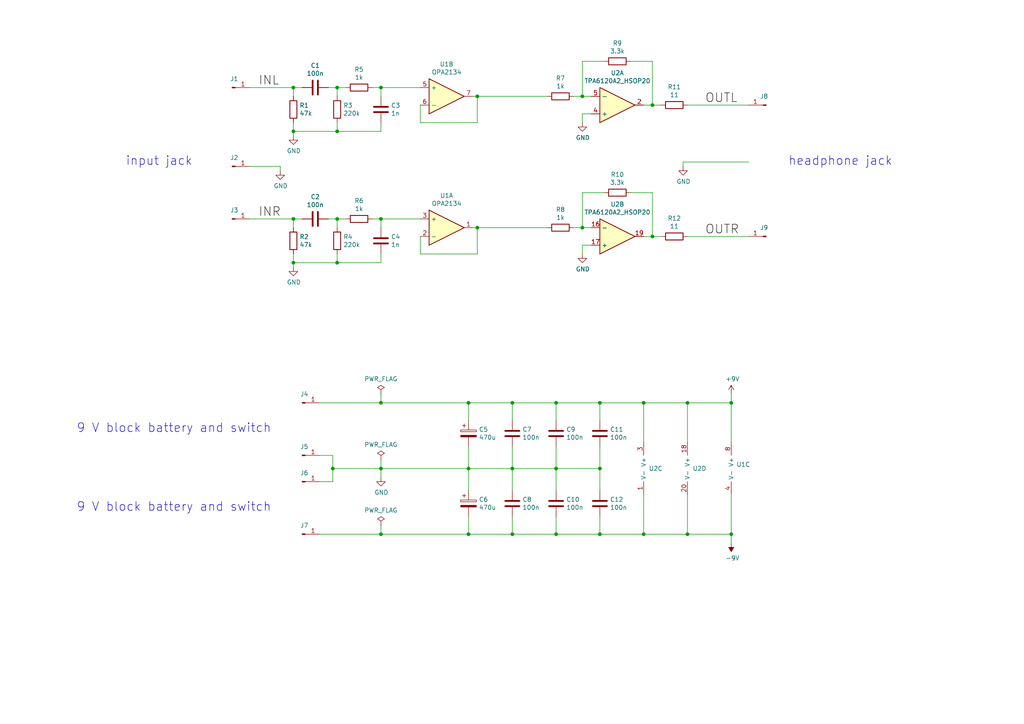
<source format=kicad_sch>
(kicad_sch (version 20211123) (generator eeschema)
  (paper "A4")
  (title_block (title "Headphone Amplifier") (rev "1"))
  (lib_symbols
    (symbol "Connector:Conn_01x01_Male" (pin_names (offset 1.016) hide)
      (property "Reference" "J" (at 0 2.54 0))
      (property "Value" "Conn_01x01_Male" (at 0 -2.54 0))
      (symbol "Conn_01x01_Male_1_1"
        (polyline (pts (xy 1.27 0) (xy 0.8636 0)) (stroke (width 0.1524)))
        (rectangle (start 0.8636 0.127) (end 0 -0.127) (stroke (width 0.1524)) (fill (type outline)))
        (pin passive line (at 5.08 0 180) (length 3.81) (name "Pin_1") (number "1"))
      )
    )
    (symbol "Device:C" (pin_numbers hide) (pin_names (offset 0.254))
      (property "Reference" "C" (at 0.635 2.54 0))
      (property "Value" "C" (at 0.635 -2.54 0))
      (symbol "C_0_1"
        (polyline (pts (xy -2.032 -0.762) (xy 2.032 -0.762)) (stroke (width 0.508)))
        (polyline (pts (xy -2.032 0.762) (xy 2.032 0.762)) (stroke (width 0.508)))
      )
      (symbol "C_1_1"
        (pin passive line (at 0 3.81 270) (length 2.794) (name "~") (number "1"))
        (pin passive line (at 0 -3.81 90) (length 2.794) (name "~") (number "2"))
      )
    )
    (symbol "Device:C_Polarized" (pin_numbers hide) (pin_names (offset 0.254))
      (property "Reference" "C" (at 0.635 2.54 0))
      (property "Value" "C_Polarized" (at 0.635 -2.54 0))
      (symbol "C_Polarized_0_1"
        (rectangle (start -2.286 0.508) (end 2.286 1.016))
        (polyline (pts (xy -1.778 2.286) (xy -0.762 2.286)))
        (polyline (pts (xy -1.27 2.794) (xy -1.27 1.778)))
        (rectangle (start 2.286 -0.508) (end -2.286 -1.016) (fill (type outline)))
      )
      (symbol "C_Polarized_1_1"
        (pin passive line (at 0 3.81 270) (length 2.794) (name "~") (number "1"))
        (pin passive line (at 0 -3.81 90) (length 2.794) (name "~") (number "2"))
      )
    )
    (symbol "Device:Opamp_Dual"
      (property "Reference" "U" (at 0 5.08 0))
      (property "Value" "Opamp_Dual" (at 0 -5.08 0))
      (symbol "Opamp_Dual_1_1"
        (polyline (pts (xy -5.08 5.08) (xy 5.08 0) (xy -5.08 -5.08) (xy -5.08 5.08)) (stroke (width 0.254)) (fill (type background)))
        (pin output line (at 7.62 0 180) (length 2.54) (name "~") (number "1"))
        (pin input line (at -7.62 -2.54 0) (length 2.54) (name "-") (number "2"))
        (pin input line (at -7.62 2.54 0) (length 2.54) (name "+") (number "3"))
      )
      (symbol "Opamp_Dual_2_1"
        (polyline (pts (xy -5.08 5.08) (xy 5.08 0) (xy -5.08 -5.08) (xy -5.08 5.08)) (stroke (width 0.254)) (fill (type background)))
        (pin input line (at -7.62 2.54 0) (length 2.54) (name "+") (number "5"))
        (pin input line (at -7.62 -2.54 0) (length 2.54) (name "-") (number "6"))
        (pin output line (at 7.62 0 180) (length 2.54) (name "~") (number "7"))
      )
      (symbol "Opamp_Dual_3_1"
        (pin power_in line (at -2.54 -7.62 90) (length 3.81) (name "V-") (number "4"))
        (pin power_in line (at -2.54 7.62 270) (length 3.81) (name "V+") (number "8"))
      )
    )
    (symbol "Device:R" (pin_numbers hide) (pin_names (offset 0))
      (property "Reference" "R" (at 2.032 0 90))
      (property "Value" "R" (at 0 0 90))
      (symbol "R_0_1"
        (rectangle (start -1.016 -2.54) (end 1.016 2.54) (stroke (width 0.254)))
      )
      (symbol "R_1_1"
        (pin passive line (at 0 3.81 270) (length 1.27) (name "~") (number "1"))
        (pin passive line (at 0 -3.81 90) (length 1.27) (name "~") (number "2"))
      )
    )
    (symbol "TPA6120A2:TPA6120A2_HSOP20"
      (property "Reference" "U" (at 0 5.08 0))
      (property "Value" "TPA6120A2_HSOP20" (at 0 -5.08 0))
      (symbol "TPA6120A2_HSOP20_1_1"
        (polyline (pts (xy -5.08 5.08) (xy 5.08 0) (xy -5.08 -5.08) (xy -5.08 5.08)) (stroke (width 0.254)) (fill (type background)))
        (pin output line (at 7.62 0 180) (length 2.54) (name "~") (number "2"))
        (pin input line (at -7.62 2.54 0) (length 2.54) (name "+") (number "4"))
        (pin input line (at -7.62 -2.54 0) (length 2.54) (name "-") (number "5"))
      )
      (symbol "TPA6120A2_HSOP20_2_1"
        (polyline (pts (xy -5.08 5.08) (xy 5.08 0) (xy -5.08 -5.08) (xy -5.08 5.08)) (stroke (width 0.254)) (fill (type background)))
        (pin input line (at -7.62 -2.54 0) (length 2.54) (name "-") (number "16"))
        (pin input line (at -7.62 2.54 0) (length 2.54) (name "+") (number "17"))
        (pin output line (at 7.62 0 180) (length 2.54) (name "~") (number "19"))
      )
      (symbol "TPA6120A2_HSOP20_3_1"
        (pin power_in line (at -2.54 -7.62 90) (length 3.81) (name "V-") (number "1"))
        (pin power_in line (at -2.54 7.62 270) (length 3.81) (name "V+") (number "3"))
      )
      (symbol "TPA6120A2_HSOP20_4_1"
        (pin power_in line (at -2.54 7.62 270) (length 3.81) (name "V+") (number "18"))
        (pin power_in line (at -2.54 -7.62 90) (length 3.81) (name "V-") (number "20"))
      )
    )
    (symbol "power:+9V" (power) (pin_names (offset 0))
      (property "Value" "+9V" (at 0 3.556 0))
      (symbol "+9V_0_1"
        (polyline (pts (xy -0.762 1.27) (xy 0 2.54)))
        (polyline (pts (xy 0 0) (xy 0 2.54)))
        (polyline (pts (xy 0 2.54) (xy 0.762 1.27)))
      )
      (symbol "+9V_1_1"
        (pin power_in line (at 0 0 90) (length 0) hide (name "+9V") (number "1"))
      )
    )
    (symbol "power:-9V" (power) (pin_names (offset 0))
      (property "Value" "-9V" (at 0 3.81 0))
      (symbol "-9V_0_1"
        (polyline (pts (xy 0 0) (xy 0 2.54)))
        (polyline (pts (xy 0.762 1.27) (xy -0.762 1.27) (xy 0 2.54) (xy 0.762 1.27)) (fill (type outline)))
      )
      (symbol "-9V_1_1"
        (pin power_in line (at 0 0 90) (length 0) hide (name "-9V") (number "1"))
      )
    )
    (symbol "power:GND" (power) (pin_names (offset 0))
      (property "Value" "GND" (at 0 -3.81 0))
      (symbol "GND_0_1"
        (polyline (pts (xy 0 0) (xy 0 -1.27) (xy 1.27 -1.27) (xy 0 -2.54) (xy -1.27 -1.27) (xy 0 -1.27)))
      )
      (symbol "GND_1_1"
        (pin power_in line (at 0 0 270) (length 0) hide (name "GND") (number "1"))
      )
    )
    (symbol "power:PWR_FLAG" (power) (pin_numbers hide) (pin_names (offset 0) hide)
      (property "Value" "PWR_FLAG" (at 0 3.81 0))
      (symbol "PWR_FLAG_0_0"
        (pin power_out line (at 0 0 90) (length 0) (name "pwr") (number "1"))
      )
      (symbol "PWR_FLAG_0_1"
        (polyline (pts (xy 0 0) (xy 0 1.27) (xy -1.016 1.905) (xy 0 2.54) (xy 1.016 1.905) (xy 0 1.27)))
      )
    )
  )
  (junction (at 199.39 116.84))
  (junction (at 138.43 27.94))
  (junction (at 97.79 76.2))
  (junction (at 186.69 116.84))
  (junction (at 85.09 38.1))
  (junction (at 199.39 154.94))
  (junction (at 110.49 63.5))
  (junction (at 97.79 38.1))
  (junction (at 189.23 30.48))
  (junction (at 110.49 135.89))
  (junction (at 97.79 25.4))
  (junction (at 148.59 135.89))
  (junction (at 161.29 116.84))
  (junction (at 110.49 116.84))
  (junction (at 135.89 154.94))
  (junction (at 85.09 63.5))
  (junction (at 168.91 66.04))
  (junction (at 212.09 154.94))
  (junction (at 85.09 25.4))
  (junction (at 186.69 154.94))
  (junction (at 173.99 135.89))
  (junction (at 161.29 135.89))
  (junction (at 138.43 66.04))
  (junction (at 148.59 154.94))
  (junction (at 110.49 154.94))
  (junction (at 110.49 25.4))
  (junction (at 96.52 135.89))
  (junction (at 97.79 63.5))
  (junction (at 173.99 154.94))
  (junction (at 85.09 76.2))
  (junction (at 148.59 116.84))
  (junction (at 212.09 116.84))
  (junction (at 135.89 135.89))
  (junction (at 168.91 27.94))
  (junction (at 173.99 116.84))
  (junction (at 135.89 116.84))
  (junction (at 161.29 154.94))
  (junction (at 189.23 68.58))
  (wire (pts (xy 148.59 121.92) (xy 148.59 116.84)))
  (wire (pts (xy 168.91 55.88) (xy 168.91 66.04)))
  (wire (pts (xy 173.99 116.84) (xy 186.69 116.84)))
  (wire (pts (xy 92.71 132.08) (xy 96.52 132.08)))
  (wire (pts (xy 148.59 142.24) (xy 148.59 135.89)))
  (wire (pts (xy 97.79 35.56) (xy 97.79 38.1)))
  (wire (pts (xy 138.43 73.66) (xy 138.43 66.04)))
  (wire (pts (xy 186.69 68.58) (xy 189.23 68.58)))
  (wire (pts (xy 138.43 35.56) (xy 138.43 27.94)))
  (wire (pts (xy 85.09 27.94) (xy 85.09 25.4)))
  (wire (pts (xy 72.39 48.26) (xy 81.28 48.26)))
  (wire (pts (xy 85.09 63.5) (xy 87.63 63.5)))
  (wire (pts (xy 92.71 116.84) (xy 110.49 116.84)))
  (wire (pts (xy 168.91 27.94) (xy 171.45 27.94)))
  (wire (pts (xy 182.88 17.78) (xy 189.23 17.78)))
  (wire (pts (xy 199.39 116.84) (xy 212.09 116.84)))
  (wire (pts (xy 85.09 66.04) (xy 85.09 63.5)))
  (wire (pts (xy 97.79 76.2) (xy 110.49 76.2)))
  (wire (pts (xy 81.28 49.53) (xy 81.28 48.26)))
  (wire (pts (xy 135.89 154.94) (xy 148.59 154.94)))
  (wire (pts (xy 212.09 157.48) (xy 212.09 154.94)))
  (wire (pts (xy 161.29 135.89) (xy 161.29 142.24)))
  (wire (pts (xy 186.69 154.94) (xy 199.39 154.94)))
  (wire (pts (xy 138.43 27.94) (xy 137.16 27.94)))
  (wire (pts (xy 97.79 25.4) (xy 100.33 25.4)))
  (wire (pts (xy 189.23 30.48) (xy 191.77 30.48)))
  (wire (pts (xy 148.59 116.84) (xy 161.29 116.84)))
  (wire (pts (xy 110.49 25.4) (xy 110.49 27.94)))
  (wire (pts (xy 110.49 63.5) (xy 121.92 63.5)))
  (wire (pts (xy 173.99 135.89) (xy 173.99 142.24)))
  (wire (pts (xy 107.95 63.5) (xy 110.49 63.5)))
  (wire (pts (xy 121.92 73.66) (xy 138.43 73.66)))
  (wire (pts (xy 92.71 154.94) (xy 110.49 154.94)))
  (wire (pts (xy 148.59 135.89) (xy 161.29 135.89)))
  (wire (pts (xy 166.37 66.04) (xy 168.91 66.04)))
  (wire (pts (xy 148.59 149.86) (xy 148.59 154.94)))
  (wire (pts (xy 110.49 116.84) (xy 135.89 116.84)))
  (wire (pts (xy 135.89 116.84) (xy 148.59 116.84)))
  (wire (pts (xy 85.09 38.1) (xy 97.79 38.1)))
  (wire (pts (xy 198.12 48.26) (xy 198.12 46.99)))
  (wire (pts (xy 161.29 129.54) (xy 161.29 135.89)))
  (wire (pts (xy 161.29 135.89) (xy 173.99 135.89)))
  (wire (pts (xy 198.12 46.99) (xy 217.17 46.99)))
  (wire (pts (xy 199.39 143.51) (xy 199.39 154.94)))
  (wire (pts (xy 212.09 143.51) (xy 212.09 154.94)))
  (wire (pts (xy 107.95 25.4) (xy 110.49 25.4)))
  (wire (pts (xy 189.23 68.58) (xy 191.77 68.58)))
  (wire (pts (xy 138.43 66.04) (xy 158.75 66.04)))
  (wire (pts (xy 85.09 39.37) (xy 85.09 38.1)))
  (wire (pts (xy 96.52 139.7) (xy 96.52 135.89)))
  (wire (pts (xy 199.39 68.58) (xy 217.17 68.58)))
  (wire (pts (xy 161.29 116.84) (xy 173.99 116.84)))
  (wire (pts (xy 199.39 154.94) (xy 212.09 154.94)))
  (wire (pts (xy 85.09 77.47) (xy 85.09 76.2)))
  (wire (pts (xy 171.45 71.12) (xy 168.91 71.12)))
  (wire (pts (xy 168.91 17.78) (xy 168.91 27.94)))
  (wire (pts (xy 96.52 132.08) (xy 96.52 135.89)))
  (wire (pts (xy 158.75 27.94) (xy 138.43 27.94)))
  (wire (pts (xy 212.09 116.84) (xy 212.09 128.27)))
  (wire (pts (xy 85.09 35.56) (xy 85.09 38.1)))
  (wire (pts (xy 110.49 63.5) (xy 110.49 66.04)))
  (wire (pts (xy 110.49 38.1) (xy 110.49 35.56)))
  (wire (pts (xy 135.89 121.92) (xy 135.89 116.84)))
  (wire (pts (xy 135.89 129.54) (xy 135.89 135.89)))
  (wire (pts (xy 121.92 68.58) (xy 121.92 73.66)))
  (wire (pts (xy 97.79 27.94) (xy 97.79 25.4)))
  (wire (pts (xy 96.52 135.89) (xy 110.49 135.89)))
  (wire (pts (xy 173.99 154.94) (xy 186.69 154.94)))
  (wire (pts (xy 168.91 66.04) (xy 171.45 66.04)))
  (wire (pts (xy 148.59 154.94) (xy 161.29 154.94)))
  (wire (pts (xy 72.39 25.4) (xy 85.09 25.4)))
  (wire (pts (xy 95.25 63.5) (xy 97.79 63.5)))
  (wire (pts (xy 212.09 116.84) (xy 212.09 114.3)))
  (wire (pts (xy 189.23 68.58) (xy 189.23 55.88)))
  (wire (pts (xy 110.49 135.89) (xy 110.49 138.43)))
  (wire (pts (xy 186.69 30.48) (xy 189.23 30.48)))
  (wire (pts (xy 186.69 116.84) (xy 186.69 128.27)))
  (wire (pts (xy 135.89 135.89) (xy 148.59 135.89)))
  (wire (pts (xy 110.49 152.4) (xy 110.49 154.94)))
  (wire (pts (xy 199.39 116.84) (xy 199.39 128.27)))
  (wire (pts (xy 110.49 154.94) (xy 135.89 154.94)))
  (wire (pts (xy 135.89 135.89) (xy 135.89 142.24)))
  (wire (pts (xy 186.69 143.51) (xy 186.69 154.94)))
  (wire (pts (xy 135.89 149.86) (xy 135.89 154.94)))
  (wire (pts (xy 121.92 30.48) (xy 121.92 35.56)))
  (wire (pts (xy 168.91 71.12) (xy 168.91 73.66)))
  (wire (pts (xy 110.49 114.3) (xy 110.49 116.84)))
  (wire (pts (xy 85.09 76.2) (xy 97.79 76.2)))
  (wire (pts (xy 189.23 55.88) (xy 182.88 55.88)))
  (wire (pts (xy 161.29 149.86) (xy 161.29 154.94)))
  (wire (pts (xy 175.26 17.78) (xy 168.91 17.78)))
  (wire (pts (xy 173.99 121.92) (xy 173.99 116.84)))
  (wire (pts (xy 95.25 25.4) (xy 97.79 25.4)))
  (wire (pts (xy 173.99 149.86) (xy 173.99 154.94)))
  (wire (pts (xy 110.49 76.2) (xy 110.49 73.66)))
  (wire (pts (xy 97.79 73.66) (xy 97.79 76.2)))
  (wire (pts (xy 72.39 63.5) (xy 85.09 63.5)))
  (wire (pts (xy 110.49 133.35) (xy 110.49 135.89)))
  (wire (pts (xy 168.91 55.88) (xy 175.26 55.88)))
  (wire (pts (xy 97.79 38.1) (xy 110.49 38.1)))
  (wire (pts (xy 168.91 33.02) (xy 168.91 35.56)))
  (wire (pts (xy 137.16 66.04) (xy 138.43 66.04)))
  (wire (pts (xy 148.59 129.54) (xy 148.59 135.89)))
  (wire (pts (xy 85.09 25.4) (xy 87.63 25.4)))
  (wire (pts (xy 85.09 73.66) (xy 85.09 76.2)))
  (wire (pts (xy 168.91 27.94) (xy 166.37 27.94)))
  (wire (pts (xy 92.71 139.7) (xy 96.52 139.7)))
  (wire (pts (xy 110.49 25.4) (xy 121.92 25.4)))
  (wire (pts (xy 97.79 66.04) (xy 97.79 63.5)))
  (wire (pts (xy 110.49 135.89) (xy 135.89 135.89)))
  (wire (pts (xy 173.99 135.89) (xy 173.99 129.54)))
  (wire (pts (xy 199.39 30.48) (xy 217.17 30.48)))
  (wire (pts (xy 171.45 33.02) (xy 168.91 33.02)))
  (wire (pts (xy 97.79 63.5) (xy 100.33 63.5)))
  (wire (pts (xy 161.29 121.92) (xy 161.29 116.84)))
  (wire (pts (xy 189.23 17.78) (xy 189.23 30.48)))
  (wire (pts (xy 121.92 35.56) (xy 138.43 35.56)))
  (wire (pts (xy 161.29 154.94) (xy 173.99 154.94)))
  (wire (pts (xy 186.69 116.84) (xy 199.39 116.84)))
  (text "input jack" (at 55.88 48.26 180) (effects (font (size 2.54 2.54)) (justify right bottom)))
  (text "headphone jack" (at 228.6 48.26 0) (effects (font (size 2.54 2.54)) (justify left bottom)))
  (text "9 V block battery and switch" (at 78.74 148.59 180) (effects (font (size 2.54 2.54)) (justify right bottom)))
  (text "9 V block battery and switch\n" (at 78.74 125.73 180) (effects (font (size 2.54 2.54)) (justify right bottom)))
  (label "INL" (at 74.93 25.4 0) (effects (font (size 2.54 2.54))))
  (label "INR" (at 74.93 63.5 0) (effects (font (size 2.54 2.54))))
  (label "OUTL" (at 204.47 30.48 0) (effects (font (size 2.54 2.54))))
  (label "OUTR" (at 204.47 68.58 0) (effects (font (size 2.54 2.54))))
  (symbol (lib_id "TPA6120A2:TPA6120A2_HSOP20") (at 179.07 30.48 0) (mirror x) (unit 1)
    (property "Reference" "U2" (at 179.07 21.1582 0))
    (property "Value" "TPA6120A2_HSOP20" (at 179.07 23.4696 0))
    (property "Footprint" "TPA61210A:HSOP-20-1EP_12.8x7.5mm_P1.27mm" (effects hide))
  )
  (symbol (lib_id "TPA6120A2:TPA6120A2_HSOP20") (at 179.07 68.58 0) (mirror x) (unit 2)
    (property "Reference" "U2" (at 179.07 59.2582 0))
    (property "Value" "TPA6120A2_HSOP20" (at 179.07 61.5696 0))
    (property "Footprint" "TPA61210A:HSOP-20-1EP_12.8x7.5mm_P1.27mm" (effects hide))
  )
  (symbol (lib_id "TPA6120A2:TPA6120A2_HSOP20") (at 189.23 135.89 0) (unit 3)
    (property "Reference" "U2" (at 188.1632 135.89 0) (effects (justify left)))
    (property "Value" "TPA6120A2_HSOP20" (effects hide))
    (property "Footprint" "TPA61210A:HSOP-20-1EP_12.8x7.5mm_P1.27mm" (effects hide))
  )
  (symbol (lib_id "TPA6120A2:TPA6120A2_HSOP20") (at 201.93 135.89 0) (unit 4)
    (property "Reference" "U2" (at 200.8632 135.89 0) (effects (justify left)))
    (property "Value" "TPA6120A2_HSOP20" (effects hide))
    (property "Footprint" "TPA61210A:HSOP-20-1EP_12.8x7.5mm_P1.27mm" (effects hide))
  )
  (symbol (lib_id "Device:R") (at 162.56 27.94 270) (unit 1)
    (property "Reference" "R7" (at 162.56 22.6822 90))
    (property "Value" "1k" (at 162.56 24.9936 90))
    (property "Footprint" "Resistor_THT:R_Axial_DIN0207_L6.3mm_D2.5mm_P10.16mm_Horizontal" (effects hide))
  )
  (symbol (lib_id "Device:R") (at 179.07 17.78 270) (unit 1)
    (property "Reference" "R9" (at 179.07 12.5222 90))
    (property "Value" "3.3k" (at 179.07 14.8336 90))
    (property "Footprint" "Resistor_THT:R_Axial_DIN0207_L6.3mm_D2.5mm_P10.16mm_Horizontal" (effects hide))
  )
  (symbol (lib_id "Device:R") (at 195.58 30.48 270) (unit 1)
    (property "Reference" "R11" (at 195.58 25.2222 90))
    (property "Value" "11" (at 195.58 27.5336 90))
    (property "Footprint" "Resistor_THT:R_Axial_DIN0207_L6.3mm_D2.5mm_P10.16mm_Horizontal" (effects hide))
  )
  (symbol (lib_id "Device:R") (at 162.56 66.04 270) (unit 1)
    (property "Reference" "R8" (at 162.56 60.7822 90))
    (property "Value" "1k" (at 162.56 63.0936 90))
    (property "Footprint" "Resistor_THT:R_Axial_DIN0207_L6.3mm_D2.5mm_P10.16mm_Horizontal" (effects hide))
  )
  (symbol (lib_id "Device:R") (at 179.07 55.88 270) (unit 1)
    (property "Reference" "R10" (at 179.07 50.6222 90))
    (property "Value" "3.3k" (at 179.07 52.9336 90))
    (property "Footprint" "Resistor_THT:R_Axial_DIN0207_L6.3mm_D2.5mm_P10.16mm_Horizontal" (effects hide))
  )
  (symbol (lib_id "Device:R") (at 195.58 68.58 270) (unit 1)
    (property "Reference" "R12" (at 195.58 63.3222 90))
    (property "Value" "11" (at 195.58 65.6336 90))
    (property "Footprint" "Resistor_THT:R_Axial_DIN0207_L6.3mm_D2.5mm_P10.16mm_Horizontal" (effects hide))
  )
  (symbol (lib_id "Device:Opamp_Dual") (at 129.54 27.94 0) (unit 2)
    (property "Reference" "U1" (at 129.54 18.6182 0))
    (property "Value" "OPA2134" (at 129.54 20.9296 0))
    (property "Footprint" "Package_DIP:DIP-8_W7.62mm" (effects hide))
  )
  (symbol (lib_id "Device:Opamp_Dual") (at 129.54 66.04 0) (unit 1)
    (property "Reference" "U1" (at 129.54 56.7182 0))
    (property "Value" "OPA2134" (at 129.54 59.0296 0))
    (property "Footprint" "Package_DIP:DIP-8_W7.62mm" (effects hide))
  )
  (symbol (lib_id "Device:Opamp_Dual") (at 214.63 135.89 0) (unit 3)
    (property "Reference" "U1" (at 213.5632 134.7216 0) (effects (justify left)))
    (property "Value" "OPA2134" (effects hide))
    (property "Footprint" "Package_DIP:DIP-8_W7.62mm" (effects hide))
  )
  (symbol (lib_id "power:+9V") (at 212.09 114.3 0) (unit 1)
    (property "Reference" "#PWR08" (effects hide))
    (property "Value" "+9V" (at 212.471 109.9058 0))
  )
  (symbol (lib_id "power:-9V") (at 212.09 157.48 0) (mirror x) (unit 1)
    (property "Reference" "#PWR09" (effects hide))
    (property "Value" "-9V" (at 212.471 161.8742 0))
  )
  (symbol (lib_id "Device:C") (at 148.59 125.73 180) (unit 1)
    (property "Reference" "C7" (at 151.511 124.5616 0) (effects (justify right)))
    (property "Value" "100n" (at 151.511 126.873 0) (effects (justify right)))
    (property "Footprint" "Capacitor_THT:C_Rect_L7.2mm_W2.5mm_P5.00mm_FKS2_FKP2_MKS2_MKP2" (effects hide))
  )
  (symbol (lib_id "Device:C") (at 161.29 125.73 180) (unit 1)
    (property "Reference" "C9" (at 164.211 124.5616 0) (effects (justify right)))
    (property "Value" "100n" (at 164.211 126.873 0) (effects (justify right)))
    (property "Footprint" "Capacitor_THT:C_Rect_L7.2mm_W2.5mm_P5.00mm_FKS2_FKP2_MKS2_MKP2" (effects hide))
  )
  (symbol (lib_id "Device:C") (at 173.99 125.73 180) (unit 1)
    (property "Reference" "C11" (at 176.911 124.5616 0) (effects (justify right)))
    (property "Value" "100n" (at 176.911 126.873 0) (effects (justify right)))
    (property "Footprint" "Capacitor_THT:C_Rect_L7.2mm_W2.5mm_P5.00mm_FKS2_FKP2_MKS2_MKP2" (effects hide))
  )
  (symbol (lib_id "Device:C") (at 148.59 146.05 180) (unit 1)
    (property "Reference" "C8" (at 151.511 144.8816 0) (effects (justify right)))
    (property "Value" "100n" (at 151.511 147.193 0) (effects (justify right)))
    (property "Footprint" "Capacitor_THT:C_Rect_L7.2mm_W2.5mm_P5.00mm_FKS2_FKP2_MKS2_MKP2" (effects hide))
  )
  (symbol (lib_id "Device:C") (at 161.29 146.05 180) (unit 1)
    (property "Reference" "C10" (at 164.211 144.8816 0) (effects (justify right)))
    (property "Value" "100n" (at 164.211 147.193 0) (effects (justify right)))
    (property "Footprint" "Capacitor_THT:C_Rect_L7.2mm_W2.5mm_P5.00mm_FKS2_FKP2_MKS2_MKP2" (effects hide))
  )
  (symbol (lib_id "Device:C") (at 173.99 146.05 180) (unit 1)
    (property "Reference" "C12" (at 176.911 144.8816 0) (effects (justify right)))
    (property "Value" "100n" (at 176.911 147.193 0) (effects (justify right)))
    (property "Footprint" "Capacitor_THT:C_Rect_L7.2mm_W2.5mm_P5.00mm_FKS2_FKP2_MKS2_MKP2" (effects hide))
  )
  (symbol (lib_id "power:PWR_FLAG") (at 110.49 133.35 0) (unit 1)
    (property "Reference" "#FLG02" (effects hide))
    (property "Value" "PWR_FLAG" (at 110.49 128.9558 0))
  )
  (symbol (lib_id "power:PWR_FLAG") (at 110.49 114.3 0) (unit 1)
    (property "Reference" "#FLG01" (effects hide))
    (property "Value" "PWR_FLAG" (at 110.49 109.9058 0))
  )
  (symbol (lib_id "power:GND") (at 110.49 138.43 0) (unit 1)
    (property "Reference" "#PWR04" (effects hide))
    (property "Value" "GND" (at 110.617 142.8242 0))
  )
  (symbol (lib_id "power:PWR_FLAG") (at 110.49 152.4 0) (unit 1)
    (property "Reference" "#FLG03" (effects hide))
    (property "Value" "PWR_FLAG" (at 110.49 148.0058 0))
  )
  (symbol (lib_id "Device:R") (at 85.09 31.75 0) (unit 1)
    (property "Reference" "R1" (at 86.868 30.5816 0) (effects (justify left)))
    (property "Value" "47k" (at 86.868 32.893 0) (effects (justify left)))
    (property "Footprint" "Resistor_THT:R_Axial_DIN0207_L6.3mm_D2.5mm_P10.16mm_Horizontal" (effects hide))
  )
  (symbol (lib_id "Device:R") (at 97.79 31.75 0) (unit 1)
    (property "Reference" "R3" (at 99.568 30.5816 0) (effects (justify left)))
    (property "Value" "220k" (at 99.568 32.893 0) (effects (justify left)))
    (property "Footprint" "Resistor_THT:R_Axial_DIN0207_L6.3mm_D2.5mm_P10.16mm_Horizontal" (effects hide))
  )
  (symbol (lib_id "Device:C") (at 91.44 25.4 270) (unit 1)
    (property "Reference" "C1" (at 91.44 18.9992 90))
    (property "Value" "100n" (at 91.44 21.3106 90))
    (property "Footprint" "Capacitor_THT:C_Rect_L7.2mm_W2.5mm_P5.00mm_FKS2_FKP2_MKS2_MKP2" (effects hide))
  )
  (symbol (lib_id "Device:R") (at 104.14 25.4 270) (unit 1)
    (property "Reference" "R5" (at 104.14 20.1422 90))
    (property "Value" "1k" (at 104.14 22.4536 90))
    (property "Footprint" "Resistor_THT:R_Axial_DIN0207_L6.3mm_D2.5mm_P10.16mm_Horizontal" (effects hide))
  )
  (symbol (lib_id "Device:C") (at 110.49 31.75 180) (unit 1)
    (property "Reference" "C3" (at 113.411 30.5816 0) (effects (justify right)))
    (property "Value" "1n" (at 113.411 32.893 0) (effects (justify right)))
    (property "Footprint" "Capacitor_THT:C_Rect_L4.0mm_W2.5mm_P2.50mm" (effects hide))
  )
  (symbol (lib_id "Device:R") (at 85.09 69.85 0) (unit 1)
    (property "Reference" "R2" (at 86.868 68.6816 0) (effects (justify left)))
    (property "Value" "47k" (at 86.868 70.993 0) (effects (justify left)))
    (property "Footprint" "Resistor_THT:R_Axial_DIN0207_L6.3mm_D2.5mm_P10.16mm_Horizontal" (effects hide))
  )
  (symbol (lib_id "Device:R") (at 97.79 69.85 0) (unit 1)
    (property "Reference" "R4" (at 99.568 68.6816 0) (effects (justify left)))
    (property "Value" "220k" (at 99.568 70.993 0) (effects (justify left)))
    (property "Footprint" "Resistor_THT:R_Axial_DIN0207_L6.3mm_D2.5mm_P10.16mm_Horizontal" (effects hide))
  )
  (symbol (lib_id "Device:C") (at 91.44 63.5 270) (unit 1)
    (property "Reference" "C2" (at 91.44 57.0992 90))
    (property "Value" "100n" (at 91.44 59.4106 90))
    (property "Footprint" "Capacitor_THT:C_Rect_L7.2mm_W2.5mm_P5.00mm_FKS2_FKP2_MKS2_MKP2" (effects hide))
  )
  (symbol (lib_id "Device:R") (at 104.14 63.5 270) (unit 1)
    (property "Reference" "R6" (at 104.14 58.2422 90))
    (property "Value" "1k" (at 104.14 60.5536 90))
    (property "Footprint" "Resistor_THT:R_Axial_DIN0207_L6.3mm_D2.5mm_P10.16mm_Horizontal" (effects hide))
  )
  (symbol (lib_id "Device:C") (at 110.49 69.85 180) (unit 1)
    (property "Reference" "C4" (at 113.411 68.6816 0) (effects (justify right)))
    (property "Value" "1n" (at 113.411 70.993 0) (effects (justify right)))
    (property "Footprint" "Capacitor_THT:C_Rect_L4.0mm_W2.5mm_P2.50mm" (effects hide))
  )
  (symbol (lib_id "power:GND") (at 81.28 49.53 0) (unit 1)
    (property "Reference" "#PWR01" (effects hide))
    (property "Value" "GND" (at 81.407 53.9242 0))
  )
  (symbol (lib_id "power:GND") (at 85.09 39.37 0) (unit 1)
    (property "Reference" "#PWR02" (effects hide))
    (property "Value" "GND" (at 85.217 43.7642 0))
  )
  (symbol (lib_id "power:GND") (at 85.09 77.47 0) (unit 1)
    (property "Reference" "#PWR03" (effects hide))
    (property "Value" "GND" (at 85.217 81.8642 0))
  )
  (symbol (lib_id "power:GND") (at 168.91 35.56 0) (unit 1)
    (property "Reference" "#PWR05" (effects hide))
    (property "Value" "GND" (at 169.037 39.9542 0))
  )
  (symbol (lib_id "power:GND") (at 168.91 73.66 0) (unit 1)
    (property "Reference" "#PWR06" (effects hide))
    (property "Value" "GND" (at 169.037 78.0542 0))
  )
  (symbol (lib_id "power:GND") (at 198.12 48.26 0) (unit 1)
    (property "Reference" "#PWR07" (effects hide))
    (property "Value" "GND" (at 198.247 52.6542 0))
  )
  (symbol (lib_id "Device:C_Polarized") (at 135.89 125.73 0) (unit 1)
    (property "Reference" "C5" (at 138.8872 124.5616 0) (effects (justify left)))
    (property "Value" "470u" (at 138.8872 126.873 0) (effects (justify left)))
    (property "Footprint" "Capacitor_THT:CP_Radial_D12.5mm_P5.00mm" (effects hide))
  )
  (symbol (lib_id "Device:C_Polarized") (at 135.89 146.05 0) (unit 1)
    (property "Reference" "C6" (at 138.8872 144.8816 0) (effects (justify left)))
    (property "Value" "470u" (at 138.8872 147.193 0) (effects (justify left)))
    (property "Footprint" "Capacitor_THT:CP_Radial_D12.5mm_P5.00mm" (effects hide))
  )
  (symbol (lib_id "Connector:Conn_01x01_Male") (at 222.25 30.48 0) (mirror y) (unit 1)
    (property "Reference" "J8" (at 221.615 27.94 0))
    (property "Value" "Conn_01x01_Male" (effects hide))
    (property "Footprint" "Connector_PinHeader_2.54mm:PinHeader_1x01_P2.54mm_Vertical" (effects hide))
  )
  (symbol (lib_id "Connector:Conn_01x01_Male") (at 222.25 68.58 0) (mirror y) (unit 1)
    (property "Reference" "J9" (at 221.615 66.04 0))
    (property "Value" "Conn_01x01_Male" (effects hide))
    (property "Footprint" "Connector_PinHeader_2.54mm:PinHeader_1x01_P2.54mm_Vertical" (effects hide))
  )
  (symbol (lib_id "Connector:Conn_01x01_Male") (at 67.31 25.4 0) (unit 1)
    (property "Reference" "J1" (at 67.945 22.86 0))
    (property "Value" "Conn_01x01_Male" (effects hide))
    (property "Footprint" "Connector_PinHeader_2.54mm:PinHeader_1x01_P2.54mm_Vertical" (effects hide))
  )
  (symbol (lib_id "Connector:Conn_01x01_Male") (at 87.63 132.08 0) (unit 1)
    (property "Reference" "J5" (at 88.265 129.54 0))
    (property "Value" "Conn_01x01_Male" (effects hide))
    (property "Footprint" "Connector_PinHeader_2.54mm:PinHeader_1x01_P2.54mm_Vertical" (effects hide))
  )
  (symbol (lib_id "Connector:Conn_01x01_Male") (at 87.63 139.7 0) (unit 1)
    (property "Reference" "J6" (at 88.265 137.16 0))
    (property "Value" "Conn_01x01_Male" (effects hide))
    (property "Footprint" "Connector_PinHeader_2.54mm:PinHeader_1x01_P2.54mm_Vertical" (effects hide))
  )
  (symbol (lib_id "Connector:Conn_01x01_Male") (at 67.31 48.26 0) (unit 1)
    (property "Reference" "J2" (at 67.945 45.72 0))
    (property "Value" "Conn_01x01_Male" (effects hide))
    (property "Footprint" "Connector_PinHeader_2.54mm:PinHeader_1x01_P2.54mm_Vertical" (effects hide))
  )
  (symbol (lib_id "Connector:Conn_01x01_Male") (at 87.63 116.84 0) (unit 1)
    (property "Reference" "J4" (at 88.265 114.3 0))
    (property "Value" "Conn_01x01_Male" (effects hide))
    (property "Footprint" "Connector_PinHeader_2.54mm:PinHeader_1x01_P2.54mm_Vertical" (effects hide))
  )
  (symbol (lib_id "Connector:Conn_01x01_Male") (at 67.31 63.5 0) (unit 1)
    (property "Reference" "J3" (at 67.945 60.96 0))
    (property "Value" "Conn_01x01_Male" (effects hide))
    (property "Footprint" "Connector_PinHeader_2.54mm:PinHeader_1x01_P2.54mm_Vertical" (effects hide))
  )
  (symbol (lib_id "Connector:Conn_01x01_Male") (at 87.63 154.94 0) (unit 1)
    (property "Reference" "J7" (at 88.265 152.4 0))
    (property "Value" "Conn_01x01_Male" (effects hide))
    (property "Footprint" "Connector_PinHeader_2.54mm:PinHeader_1x01_P2.54mm_Vertical" (effects hide))
  )
)
</source>
